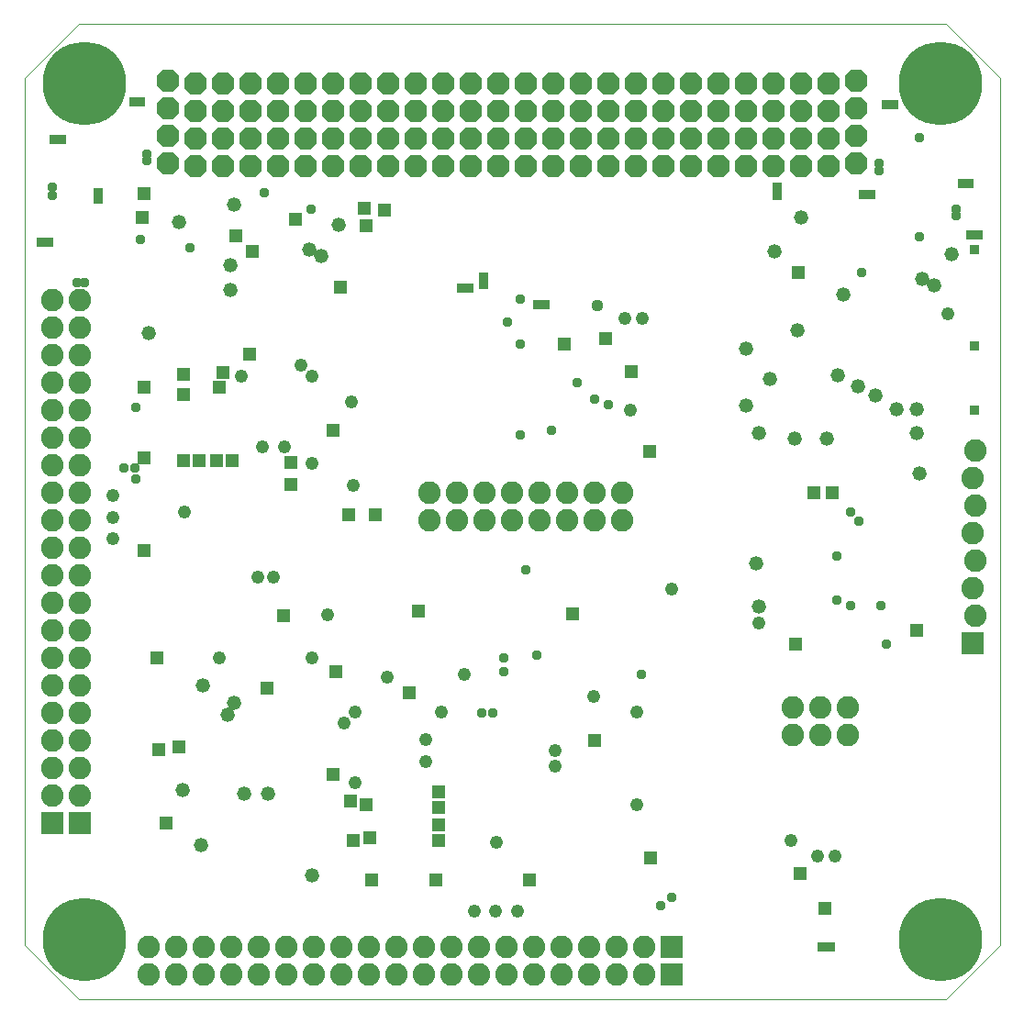
<source format=gbs>
G75*
%MOIN*%
%OFA0B0*%
%FSLAX25Y25*%
%IPPOS*%
%LPD*%
%AMOC8*
5,1,8,0,0,1.08239X$1,22.5*
%
%ADD10C,0.00000*%
%ADD11C,0.30328*%
%ADD12OC8,0.08200*%
%ADD13C,0.05200*%
%ADD14R,0.08200X0.08200*%
%ADD15C,0.08200*%
%ADD16R,0.04762X0.04762*%
%ADD17C,0.03778*%
%ADD18R,0.03778X0.03778*%
%ADD19C,0.04762*%
%ADD20C,0.04400*%
D10*
X0010258Y0025512D02*
X0010258Y0340473D01*
X0029943Y0360158D01*
X0344904Y0360158D01*
X0364589Y0340473D01*
X0364589Y0025512D01*
X0344904Y0005827D01*
X0029943Y0005827D01*
X0010258Y0025512D01*
D11*
X0031912Y0027481D03*
X0342935Y0027481D03*
X0342935Y0338504D03*
X0031912Y0338504D03*
D12*
X0062424Y0339504D03*
X0062424Y0329504D03*
X0062424Y0319504D03*
X0062424Y0309504D03*
X0072424Y0308504D03*
X0082424Y0308504D03*
X0092424Y0308504D03*
X0102424Y0308504D03*
X0112424Y0308504D03*
X0122424Y0308504D03*
X0132424Y0308504D03*
X0142424Y0308504D03*
X0152424Y0308504D03*
X0162424Y0308504D03*
X0172424Y0308504D03*
X0182424Y0308504D03*
X0192424Y0308504D03*
X0202424Y0308504D03*
X0212424Y0308504D03*
X0222424Y0308504D03*
X0232424Y0308504D03*
X0242424Y0308504D03*
X0252424Y0308504D03*
X0262424Y0308504D03*
X0272424Y0308504D03*
X0282424Y0308504D03*
X0292424Y0308504D03*
X0302424Y0308504D03*
X0312424Y0309504D03*
X0312424Y0319504D03*
X0302424Y0318504D03*
X0292424Y0318504D03*
X0282424Y0318504D03*
X0272424Y0318504D03*
X0262424Y0318504D03*
X0252424Y0318504D03*
X0242424Y0318504D03*
X0232424Y0318504D03*
X0222424Y0318504D03*
X0212424Y0318504D03*
X0202424Y0318504D03*
X0192424Y0318504D03*
X0182424Y0318504D03*
X0172424Y0318504D03*
X0162424Y0318504D03*
X0152424Y0318504D03*
X0142424Y0318504D03*
X0132424Y0318504D03*
X0122424Y0318504D03*
X0112424Y0318504D03*
X0102424Y0318504D03*
X0092424Y0318504D03*
X0082424Y0318504D03*
X0072424Y0318504D03*
X0072424Y0328504D03*
X0072424Y0338504D03*
X0082424Y0338504D03*
X0082424Y0328504D03*
X0092424Y0328504D03*
X0092424Y0338504D03*
X0102424Y0338504D03*
X0102424Y0328504D03*
X0112424Y0328504D03*
X0122424Y0328504D03*
X0122424Y0338504D03*
X0112424Y0338504D03*
X0132424Y0338504D03*
X0132424Y0328504D03*
X0142424Y0328504D03*
X0152424Y0328504D03*
X0152424Y0338504D03*
X0142424Y0338504D03*
X0162424Y0338504D03*
X0162424Y0328504D03*
X0172424Y0328504D03*
X0182424Y0328504D03*
X0182424Y0338504D03*
X0172424Y0338504D03*
X0192424Y0338504D03*
X0192424Y0328504D03*
X0202424Y0328504D03*
X0212424Y0328504D03*
X0212424Y0338504D03*
X0202424Y0338504D03*
X0222424Y0338504D03*
X0222424Y0328504D03*
X0232424Y0328504D03*
X0242424Y0328504D03*
X0242424Y0338504D03*
X0232424Y0338504D03*
X0252424Y0338504D03*
X0252424Y0328504D03*
X0262424Y0328504D03*
X0262424Y0338504D03*
X0272424Y0338504D03*
X0272424Y0328504D03*
X0282424Y0328504D03*
X0282424Y0338504D03*
X0292424Y0338504D03*
X0292424Y0328504D03*
X0302424Y0328504D03*
X0302424Y0338504D03*
X0312424Y0339504D03*
X0312424Y0329504D03*
D13*
X0292435Y0289889D03*
X0282593Y0277586D03*
X0307691Y0261838D03*
X0290959Y0249043D03*
X0281117Y0231327D03*
X0272258Y0221484D03*
X0277180Y0211641D03*
X0289975Y0209673D03*
X0301786Y0209673D03*
X0313205Y0228782D03*
X0319452Y0225160D03*
X0326973Y0220145D03*
X0334473Y0220145D03*
X0334266Y0211641D03*
X0335250Y0196878D03*
X0305723Y0232695D03*
X0272258Y0242153D03*
X0336235Y0267744D03*
X0340664Y0265283D03*
X0347061Y0276602D03*
X0276195Y0164397D03*
X0277180Y0148649D03*
X0124431Y0287323D03*
X0118034Y0276004D03*
X0113605Y0278465D03*
X0086538Y0294705D03*
X0066361Y0288308D03*
X0085061Y0272560D03*
X0085061Y0263701D03*
X0055534Y0247953D03*
X0075219Y0120001D03*
X0086538Y0113603D03*
X0084077Y0109174D03*
X0067837Y0082107D03*
X0074235Y0061930D03*
X0089983Y0080630D03*
X0098841Y0080630D03*
X0114589Y0051103D03*
D14*
X0030298Y0069867D03*
X0020298Y0069867D03*
X0245298Y0024867D03*
X0245298Y0014867D03*
X0354861Y0135204D03*
D15*
X0355861Y0145204D03*
X0354861Y0155204D03*
X0355861Y0165204D03*
X0354861Y0175204D03*
X0355861Y0185204D03*
X0354861Y0195204D03*
X0355861Y0205204D03*
X0309298Y0111867D03*
X0299298Y0111867D03*
X0299298Y0101867D03*
X0309298Y0101867D03*
X0289298Y0101867D03*
X0289298Y0111867D03*
X0227298Y0179867D03*
X0217298Y0179867D03*
X0217298Y0189867D03*
X0227298Y0189867D03*
X0207298Y0189867D03*
X0207298Y0179867D03*
X0197298Y0179867D03*
X0187298Y0179867D03*
X0187298Y0189867D03*
X0197298Y0189867D03*
X0177298Y0189867D03*
X0177298Y0179867D03*
X0167298Y0179867D03*
X0157298Y0179867D03*
X0157298Y0189867D03*
X0167298Y0189867D03*
X0030298Y0189867D03*
X0030298Y0199867D03*
X0030298Y0209867D03*
X0030298Y0219867D03*
X0030298Y0229867D03*
X0030298Y0239867D03*
X0030298Y0249867D03*
X0030298Y0259867D03*
X0020298Y0259867D03*
X0020298Y0249867D03*
X0020298Y0239867D03*
X0020298Y0229867D03*
X0020298Y0219867D03*
X0020298Y0209867D03*
X0020298Y0199867D03*
X0020298Y0189867D03*
X0020298Y0179867D03*
X0030298Y0179867D03*
X0030298Y0169867D03*
X0030298Y0159867D03*
X0030298Y0149867D03*
X0030298Y0139867D03*
X0030298Y0129867D03*
X0030298Y0119867D03*
X0030298Y0109867D03*
X0030298Y0099867D03*
X0030298Y0089867D03*
X0030298Y0079867D03*
X0020298Y0079867D03*
X0020298Y0089867D03*
X0020298Y0099867D03*
X0020298Y0109867D03*
X0020298Y0119867D03*
X0020298Y0129867D03*
X0020298Y0139867D03*
X0020298Y0149867D03*
X0020298Y0159867D03*
X0020298Y0169867D03*
X0055298Y0024867D03*
X0065298Y0024867D03*
X0075298Y0024867D03*
X0085298Y0024867D03*
X0095298Y0024867D03*
X0105298Y0024867D03*
X0115298Y0024867D03*
X0125298Y0024867D03*
X0135298Y0024867D03*
X0145298Y0024867D03*
X0155298Y0024867D03*
X0165298Y0024867D03*
X0175298Y0024867D03*
X0185298Y0024867D03*
X0195298Y0024867D03*
X0205298Y0024867D03*
X0215298Y0024867D03*
X0225298Y0024867D03*
X0235298Y0024867D03*
X0235298Y0014867D03*
X0225298Y0014867D03*
X0215298Y0014867D03*
X0205298Y0014867D03*
X0195298Y0014867D03*
X0185298Y0014867D03*
X0175298Y0014867D03*
X0165298Y0014867D03*
X0155298Y0014867D03*
X0145298Y0014867D03*
X0135298Y0014867D03*
X0125298Y0014867D03*
X0115298Y0014867D03*
X0105298Y0014867D03*
X0095298Y0014867D03*
X0085298Y0014867D03*
X0075298Y0014867D03*
X0065298Y0014867D03*
X0055298Y0014867D03*
D16*
X0061698Y0070067D03*
X0059098Y0096667D03*
X0066298Y0097467D03*
X0058498Y0130067D03*
X0053565Y0168819D03*
X0053565Y0202678D03*
X0068161Y0201733D03*
X0073761Y0201733D03*
X0080161Y0201733D03*
X0085761Y0201733D03*
X0106992Y0200933D03*
X0106961Y0192933D03*
X0128098Y0182067D03*
X0137698Y0182067D03*
X0122463Y0212520D03*
X0092161Y0240133D03*
X0082561Y0233733D03*
X0081124Y0228268D03*
X0068161Y0225733D03*
X0068161Y0232933D03*
X0053565Y0228300D03*
X0092935Y0277481D03*
X0087030Y0283386D03*
X0108683Y0289292D03*
X0133698Y0293267D03*
X0134498Y0286867D03*
X0140898Y0292467D03*
X0124898Y0264467D03*
X0052898Y0289867D03*
X0053698Y0298467D03*
X0104534Y0145197D03*
X0123447Y0124922D03*
X0098498Y0118867D03*
X0122409Y0087730D03*
X0128809Y0078130D03*
X0134274Y0076693D03*
X0135809Y0064730D03*
X0129609Y0063730D03*
X0136243Y0049134D03*
X0159865Y0049134D03*
X0160809Y0063730D03*
X0160809Y0069330D03*
X0160809Y0075730D03*
X0160809Y0081330D03*
X0193723Y0049134D03*
X0237698Y0057267D03*
X0217345Y0100103D03*
X0209298Y0145867D03*
X0153298Y0146867D03*
X0150022Y0117232D03*
X0237298Y0204867D03*
X0230750Y0234012D03*
X0221350Y0246012D03*
X0206298Y0243867D03*
X0291298Y0270067D03*
X0296898Y0190067D03*
X0303698Y0190067D03*
X0334298Y0139867D03*
X0290298Y0134867D03*
X0291898Y0051467D03*
X0301098Y0039067D03*
D17*
X0245298Y0042867D03*
X0241298Y0039867D03*
X0180298Y0109867D03*
X0176298Y0109867D03*
X0184298Y0124867D03*
X0184298Y0129867D03*
X0196298Y0130867D03*
X0192298Y0161867D03*
X0234298Y0123867D03*
X0305298Y0150867D03*
X0310298Y0148867D03*
X0321298Y0148867D03*
X0323298Y0134867D03*
X0305298Y0166867D03*
X0313405Y0179759D03*
X0310298Y0182867D03*
X0314298Y0269867D03*
X0335298Y0282867D03*
X0348798Y0290617D03*
X0348798Y0293117D03*
X0335298Y0318867D03*
X0320798Y0309617D03*
X0320798Y0307117D03*
X0222298Y0221867D03*
X0217298Y0223867D03*
X0211198Y0229967D03*
X0201646Y0212519D03*
X0190543Y0211112D03*
X0190367Y0244115D03*
X0185653Y0252088D03*
X0190367Y0260365D03*
X0114298Y0292867D03*
X0097298Y0298867D03*
X0070485Y0279054D03*
X0052298Y0281867D03*
X0032048Y0266367D03*
X0029548Y0266367D03*
X0020298Y0297867D03*
X0020298Y0300867D03*
X0054798Y0310617D03*
X0054798Y0313117D03*
X0050876Y0220867D03*
X0050237Y0198806D03*
X0046298Y0198867D03*
X0050672Y0194804D03*
D18*
X0018906Y0280973D03*
X0016406Y0280973D03*
X0036941Y0296475D03*
X0036941Y0298975D03*
X0023656Y0318223D03*
X0021156Y0318223D03*
X0049906Y0331973D03*
X0052406Y0331973D03*
X0169139Y0264373D03*
X0171639Y0264373D03*
X0176939Y0265723D03*
X0176939Y0268223D03*
X0196800Y0258264D03*
X0199300Y0258264D03*
X0283698Y0297967D03*
X0283698Y0300867D03*
X0315156Y0298223D03*
X0317656Y0298223D03*
X0323406Y0330973D03*
X0325906Y0330973D03*
X0350906Y0302223D03*
X0353406Y0302223D03*
X0354189Y0283760D03*
X0356689Y0283760D03*
X0355298Y0278367D03*
X0355298Y0243367D03*
X0355298Y0219867D03*
X0302998Y0024867D03*
X0300098Y0024867D03*
D19*
X0298298Y0057867D03*
X0304698Y0057867D03*
X0288698Y0063467D03*
X0232699Y0076693D03*
X0203172Y0090473D03*
X0203172Y0096378D03*
X0216951Y0116064D03*
X0232699Y0110158D03*
X0245298Y0154867D03*
X0276991Y0142638D03*
X0230298Y0219867D03*
X0228281Y0253242D03*
X0234850Y0253312D03*
X0129150Y0222857D03*
X0114589Y0232205D03*
X0110652Y0236142D03*
X0088998Y0232205D03*
X0096872Y0206615D03*
X0104746Y0206615D03*
X0114589Y0200709D03*
X0129698Y0192467D03*
X0100809Y0159371D03*
X0094904Y0159371D03*
X0120494Y0145591D03*
X0114589Y0129843D03*
X0130337Y0110158D03*
X0126400Y0106221D03*
X0142085Y0123119D03*
X0161833Y0110158D03*
X0155928Y0100315D03*
X0155928Y0092441D03*
X0130337Y0084567D03*
X0169959Y0123919D03*
X0181887Y0062914D03*
X0181518Y0038123D03*
X0173644Y0038123D03*
X0189392Y0038123D03*
X0081124Y0129843D03*
X0042554Y0173150D03*
X0042554Y0181024D03*
X0042554Y0188898D03*
X0068329Y0182993D03*
X0345698Y0254867D03*
D20*
X0218298Y0257867D03*
M02*

</source>
